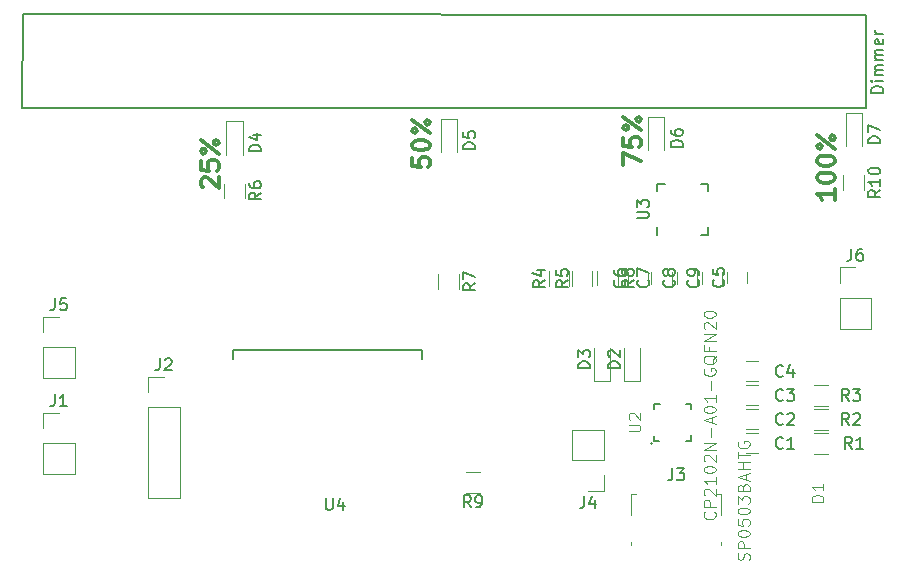
<source format=gbr>
G04 #@! TF.FileFunction,Legend,Top*
%FSLAX46Y46*%
G04 Gerber Fmt 4.6, Leading zero omitted, Abs format (unit mm)*
G04 Created by KiCad (PCBNEW 4.0.7) date Mon Jun 25 23:03:10 2018*
%MOMM*%
%LPD*%
G01*
G04 APERTURE LIST*
%ADD10C,0.100000*%
%ADD11C,0.300000*%
%ADD12C,0.120000*%
%ADD13C,0.127000*%
%ADD14C,0.200000*%
%ADD15C,0.150000*%
%ADD16C,0.152400*%
%ADD17C,0.050000*%
G04 APERTURE END LIST*
D10*
D11*
X176446571Y-106251142D02*
X176446571Y-107108285D01*
X176446571Y-106679713D02*
X174946571Y-106679713D01*
X175160857Y-106822570D01*
X175303714Y-106965428D01*
X175375143Y-107108285D01*
X174946571Y-105322571D02*
X174946571Y-105179714D01*
X175018000Y-105036857D01*
X175089429Y-104965428D01*
X175232286Y-104893999D01*
X175518000Y-104822571D01*
X175875143Y-104822571D01*
X176160857Y-104893999D01*
X176303714Y-104965428D01*
X176375143Y-105036857D01*
X176446571Y-105179714D01*
X176446571Y-105322571D01*
X176375143Y-105465428D01*
X176303714Y-105536857D01*
X176160857Y-105608285D01*
X175875143Y-105679714D01*
X175518000Y-105679714D01*
X175232286Y-105608285D01*
X175089429Y-105536857D01*
X175018000Y-105465428D01*
X174946571Y-105322571D01*
X174946571Y-103894000D02*
X174946571Y-103751143D01*
X175018000Y-103608286D01*
X175089429Y-103536857D01*
X175232286Y-103465428D01*
X175518000Y-103394000D01*
X175875143Y-103394000D01*
X176160857Y-103465428D01*
X176303714Y-103536857D01*
X176375143Y-103608286D01*
X176446571Y-103751143D01*
X176446571Y-103894000D01*
X176375143Y-104036857D01*
X176303714Y-104108286D01*
X176160857Y-104179714D01*
X175875143Y-104251143D01*
X175518000Y-104251143D01*
X175232286Y-104179714D01*
X175089429Y-104108286D01*
X175018000Y-104036857D01*
X174946571Y-103894000D01*
X176446571Y-102822572D02*
X174946571Y-101679715D01*
X174946571Y-102608286D02*
X175018000Y-102465429D01*
X175160857Y-102394000D01*
X175303714Y-102465429D01*
X175375143Y-102608286D01*
X175303714Y-102751143D01*
X175160857Y-102822572D01*
X175018000Y-102751143D01*
X174946571Y-102608286D01*
X176375143Y-101751143D02*
X176232286Y-101679715D01*
X176089429Y-101751143D01*
X176018000Y-101894000D01*
X176089429Y-102036857D01*
X176232286Y-102108286D01*
X176375143Y-102036857D01*
X176446571Y-101894000D01*
X176375143Y-101751143D01*
X158548571Y-104181428D02*
X158548571Y-103181428D01*
X160048571Y-103824285D01*
X158548571Y-101895714D02*
X158548571Y-102610000D01*
X159262857Y-102681429D01*
X159191429Y-102610000D01*
X159120000Y-102467143D01*
X159120000Y-102110000D01*
X159191429Y-101967143D01*
X159262857Y-101895714D01*
X159405714Y-101824286D01*
X159762857Y-101824286D01*
X159905714Y-101895714D01*
X159977143Y-101967143D01*
X160048571Y-102110000D01*
X160048571Y-102467143D01*
X159977143Y-102610000D01*
X159905714Y-102681429D01*
X160048571Y-101252858D02*
X158548571Y-100110001D01*
X158548571Y-101038572D02*
X158620000Y-100895715D01*
X158762857Y-100824286D01*
X158905714Y-100895715D01*
X158977143Y-101038572D01*
X158905714Y-101181429D01*
X158762857Y-101252858D01*
X158620000Y-101181429D01*
X158548571Y-101038572D01*
X159977143Y-100181429D02*
X159834286Y-100110001D01*
X159691429Y-100181429D01*
X159620000Y-100324286D01*
X159691429Y-100467143D01*
X159834286Y-100538572D01*
X159977143Y-100467143D01*
X160048571Y-100324286D01*
X159977143Y-100181429D01*
X140656571Y-103576285D02*
X140656571Y-104290571D01*
X141370857Y-104362000D01*
X141299429Y-104290571D01*
X141228000Y-104147714D01*
X141228000Y-103790571D01*
X141299429Y-103647714D01*
X141370857Y-103576285D01*
X141513714Y-103504857D01*
X141870857Y-103504857D01*
X142013714Y-103576285D01*
X142085143Y-103647714D01*
X142156571Y-103790571D01*
X142156571Y-104147714D01*
X142085143Y-104290571D01*
X142013714Y-104362000D01*
X140656571Y-102576286D02*
X140656571Y-102433429D01*
X140728000Y-102290572D01*
X140799429Y-102219143D01*
X140942286Y-102147714D01*
X141228000Y-102076286D01*
X141585143Y-102076286D01*
X141870857Y-102147714D01*
X142013714Y-102219143D01*
X142085143Y-102290572D01*
X142156571Y-102433429D01*
X142156571Y-102576286D01*
X142085143Y-102719143D01*
X142013714Y-102790572D01*
X141870857Y-102862000D01*
X141585143Y-102933429D01*
X141228000Y-102933429D01*
X140942286Y-102862000D01*
X140799429Y-102790572D01*
X140728000Y-102719143D01*
X140656571Y-102576286D01*
X142156571Y-101504858D02*
X140656571Y-100362001D01*
X140656571Y-101290572D02*
X140728000Y-101147715D01*
X140870857Y-101076286D01*
X141013714Y-101147715D01*
X141085143Y-101290572D01*
X141013714Y-101433429D01*
X140870857Y-101504858D01*
X140728000Y-101433429D01*
X140656571Y-101290572D01*
X142085143Y-100433429D02*
X141942286Y-100362001D01*
X141799429Y-100433429D01*
X141728000Y-100576286D01*
X141799429Y-100719143D01*
X141942286Y-100790572D01*
X142085143Y-100719143D01*
X142156571Y-100576286D01*
X142085143Y-100433429D01*
X122913429Y-106082000D02*
X122842000Y-106010571D01*
X122770571Y-105867714D01*
X122770571Y-105510571D01*
X122842000Y-105367714D01*
X122913429Y-105296285D01*
X123056286Y-105224857D01*
X123199143Y-105224857D01*
X123413429Y-105296285D01*
X124270571Y-106153428D01*
X124270571Y-105224857D01*
X122770571Y-103867714D02*
X122770571Y-104582000D01*
X123484857Y-104653429D01*
X123413429Y-104582000D01*
X123342000Y-104439143D01*
X123342000Y-104082000D01*
X123413429Y-103939143D01*
X123484857Y-103867714D01*
X123627714Y-103796286D01*
X123984857Y-103796286D01*
X124127714Y-103867714D01*
X124199143Y-103939143D01*
X124270571Y-104082000D01*
X124270571Y-104439143D01*
X124199143Y-104582000D01*
X124127714Y-104653429D01*
X124270571Y-103224858D02*
X122770571Y-102082001D01*
X122770571Y-103010572D02*
X122842000Y-102867715D01*
X122984857Y-102796286D01*
X123127714Y-102867715D01*
X123199143Y-103010572D01*
X123127714Y-103153429D01*
X122984857Y-103224858D01*
X122842000Y-103153429D01*
X122770571Y-103010572D01*
X124199143Y-102153429D02*
X124056286Y-102082001D01*
X123913429Y-102153429D01*
X123842000Y-102296286D01*
X123913429Y-102439143D01*
X124056286Y-102510572D01*
X124199143Y-102439143D01*
X124270571Y-102296286D01*
X124199143Y-102153429D01*
D12*
X168918000Y-128612000D02*
X169918000Y-128612000D01*
X169918000Y-126912000D02*
X168918000Y-126912000D01*
X168918000Y-126580000D02*
X169918000Y-126580000D01*
X169918000Y-124880000D02*
X168918000Y-124880000D01*
X168918000Y-124548000D02*
X169918000Y-124548000D01*
X169918000Y-122848000D02*
X168918000Y-122848000D01*
X168918000Y-122516000D02*
X169918000Y-122516000D01*
X169918000Y-120816000D02*
X168918000Y-120816000D01*
X167290000Y-113220000D02*
X167290000Y-114220000D01*
X168990000Y-114220000D02*
X168990000Y-113220000D01*
X158910000Y-113270000D02*
X158910000Y-114270000D01*
X160610000Y-114270000D02*
X160610000Y-113270000D01*
X160920000Y-113270000D02*
X160920000Y-114270000D01*
X162620000Y-114270000D02*
X162620000Y-113270000D01*
X163100000Y-113270000D02*
X163100000Y-114270000D01*
X164800000Y-114270000D02*
X164800000Y-113270000D01*
X165170000Y-113270000D02*
X165170000Y-114270000D01*
X166870000Y-114270000D02*
X166870000Y-113270000D01*
X158558000Y-122450000D02*
X159958000Y-122450000D01*
X159958000Y-122450000D02*
X159958000Y-119650000D01*
X158558000Y-122450000D02*
X158558000Y-119650000D01*
X156018000Y-122450000D02*
X157418000Y-122450000D01*
X157418000Y-122450000D02*
X157418000Y-119650000D01*
X156018000Y-122450000D02*
X156018000Y-119650000D01*
X126324000Y-100504000D02*
X124924000Y-100504000D01*
X124924000Y-100504000D02*
X124924000Y-103304000D01*
X126324000Y-100504000D02*
X126324000Y-103304000D01*
X144464000Y-100308000D02*
X143064000Y-100308000D01*
X143064000Y-100308000D02*
X143064000Y-103108000D01*
X144464000Y-100308000D02*
X144464000Y-103108000D01*
X162020000Y-100120000D02*
X160620000Y-100120000D01*
X160620000Y-100120000D02*
X160620000Y-102920000D01*
X162020000Y-100120000D02*
X162020000Y-102920000D01*
X178754000Y-99800000D02*
X177354000Y-99800000D01*
X177354000Y-99800000D02*
X177354000Y-102600000D01*
X178754000Y-99800000D02*
X178754000Y-102600000D01*
X109414000Y-130362000D02*
X112074000Y-130362000D01*
X109414000Y-127762000D02*
X109414000Y-130362000D01*
X112074000Y-127762000D02*
X112074000Y-130362000D01*
X109414000Y-127762000D02*
X112074000Y-127762000D01*
X109414000Y-126492000D02*
X109414000Y-125162000D01*
X109414000Y-125162000D02*
X110744000Y-125162000D01*
X118304000Y-132394000D02*
X120964000Y-132394000D01*
X118304000Y-124714000D02*
X118304000Y-132394000D01*
X120964000Y-124714000D02*
X120964000Y-132394000D01*
X118304000Y-124714000D02*
X120964000Y-124714000D01*
X118304000Y-123444000D02*
X118304000Y-122114000D01*
X118304000Y-122114000D02*
X119634000Y-122114000D01*
X166827200Y-132014800D02*
X166447200Y-132014800D01*
X166827200Y-136064800D02*
X166827200Y-136324800D01*
X166827200Y-132014800D02*
X166827200Y-133784800D01*
X159207200Y-132014800D02*
X159587200Y-132014800D01*
X159207200Y-133784800D02*
X159207200Y-132014800D01*
X159207200Y-136324800D02*
X159207200Y-136064800D01*
X175860000Y-128642000D02*
X174660000Y-128642000D01*
X174660000Y-126882000D02*
X175860000Y-126882000D01*
X175860000Y-126610000D02*
X174660000Y-126610000D01*
X174660000Y-124850000D02*
X175860000Y-124850000D01*
X175860000Y-124578000D02*
X174660000Y-124578000D01*
X174660000Y-122818000D02*
X175860000Y-122818000D01*
X153970000Y-113190000D02*
X153970000Y-114390000D01*
X152210000Y-114390000D02*
X152210000Y-113190000D01*
X155920000Y-113190000D02*
X155920000Y-114390000D01*
X154160000Y-114390000D02*
X154160000Y-113190000D01*
X126504000Y-105768000D02*
X126504000Y-106968000D01*
X124744000Y-106968000D02*
X124744000Y-105768000D01*
X144644000Y-113446000D02*
X144644000Y-114646000D01*
X142884000Y-114646000D02*
X142884000Y-113446000D01*
X158080000Y-113170000D02*
X158080000Y-114370000D01*
X156320000Y-114370000D02*
X156320000Y-113170000D01*
X145196000Y-130184000D02*
X146396000Y-130184000D01*
X146396000Y-131944000D02*
X145196000Y-131944000D01*
X178934000Y-105064000D02*
X178934000Y-106264000D01*
X177174000Y-106264000D02*
X177174000Y-105064000D01*
D13*
X161162400Y-127534000D02*
X161162400Y-127094000D01*
X161162400Y-124874000D02*
X161162400Y-124434000D01*
X164262400Y-127534000D02*
X164262400Y-127084000D01*
X164262400Y-124884000D02*
X164262400Y-124434000D01*
X161162400Y-127534000D02*
X161592400Y-127534000D01*
X161162400Y-124434000D02*
X161612400Y-124434000D01*
X164262400Y-127534000D02*
X163812400Y-127534000D01*
X164262400Y-124434000D02*
X163832400Y-124434000D01*
D14*
X161004400Y-127762000D02*
G75*
G03X161004400Y-127762000I-70000J0D01*
G01*
D15*
X161426000Y-105800000D02*
X162051000Y-105800000D01*
X165726000Y-110100000D02*
X165101000Y-110100000D01*
X165726000Y-105800000D02*
X165101000Y-105800000D01*
X161426000Y-110100000D02*
X161426000Y-109475000D01*
X165726000Y-110100000D02*
X165726000Y-109475000D01*
X165726000Y-105800000D02*
X165726000Y-106425000D01*
X161426000Y-105800000D02*
X161426000Y-106425000D01*
D16*
X141478000Y-120624600D02*
X141478000Y-119862600D01*
X141478000Y-119862600D02*
X125476000Y-119862600D01*
X125476000Y-119862600D02*
X125476000Y-120624600D01*
D12*
X156879600Y-126584400D02*
X154219600Y-126584400D01*
X156879600Y-129184400D02*
X156879600Y-126584400D01*
X154219600Y-129184400D02*
X154219600Y-126584400D01*
X156879600Y-129184400D02*
X154219600Y-129184400D01*
X156879600Y-130454400D02*
X156879600Y-131784400D01*
X156879600Y-131784400D02*
X155549600Y-131784400D01*
X176850000Y-118040000D02*
X179510000Y-118040000D01*
X176850000Y-115440000D02*
X176850000Y-118040000D01*
X179510000Y-115440000D02*
X179510000Y-118040000D01*
X176850000Y-115440000D02*
X179510000Y-115440000D01*
X176850000Y-114170000D02*
X176850000Y-112840000D01*
X176850000Y-112840000D02*
X178180000Y-112840000D01*
X109414000Y-122234000D02*
X112074000Y-122234000D01*
X109414000Y-119634000D02*
X109414000Y-122234000D01*
X112074000Y-119634000D02*
X112074000Y-122234000D01*
X109414000Y-119634000D02*
X112074000Y-119634000D01*
X109414000Y-118364000D02*
X109414000Y-117034000D01*
X109414000Y-117034000D02*
X110744000Y-117034000D01*
D15*
X107675680Y-91434920D02*
X107665520Y-99364800D01*
X107665520Y-99364800D02*
X108640880Y-99359720D01*
X107696000Y-91429840D02*
X179115720Y-91485720D01*
X179115720Y-91485720D02*
X179115720Y-99364800D01*
X179115720Y-99364800D02*
X107807760Y-99364800D01*
X172045334Y-128119143D02*
X171997715Y-128166762D01*
X171854858Y-128214381D01*
X171759620Y-128214381D01*
X171616762Y-128166762D01*
X171521524Y-128071524D01*
X171473905Y-127976286D01*
X171426286Y-127785810D01*
X171426286Y-127642952D01*
X171473905Y-127452476D01*
X171521524Y-127357238D01*
X171616762Y-127262000D01*
X171759620Y-127214381D01*
X171854858Y-127214381D01*
X171997715Y-127262000D01*
X172045334Y-127309619D01*
X172997715Y-128214381D02*
X172426286Y-128214381D01*
X172712000Y-128214381D02*
X172712000Y-127214381D01*
X172616762Y-127357238D01*
X172521524Y-127452476D01*
X172426286Y-127500095D01*
X172045334Y-126087143D02*
X171997715Y-126134762D01*
X171854858Y-126182381D01*
X171759620Y-126182381D01*
X171616762Y-126134762D01*
X171521524Y-126039524D01*
X171473905Y-125944286D01*
X171426286Y-125753810D01*
X171426286Y-125610952D01*
X171473905Y-125420476D01*
X171521524Y-125325238D01*
X171616762Y-125230000D01*
X171759620Y-125182381D01*
X171854858Y-125182381D01*
X171997715Y-125230000D01*
X172045334Y-125277619D01*
X172426286Y-125277619D02*
X172473905Y-125230000D01*
X172569143Y-125182381D01*
X172807239Y-125182381D01*
X172902477Y-125230000D01*
X172950096Y-125277619D01*
X172997715Y-125372857D01*
X172997715Y-125468095D01*
X172950096Y-125610952D01*
X172378667Y-126182381D01*
X172997715Y-126182381D01*
X172045334Y-124055143D02*
X171997715Y-124102762D01*
X171854858Y-124150381D01*
X171759620Y-124150381D01*
X171616762Y-124102762D01*
X171521524Y-124007524D01*
X171473905Y-123912286D01*
X171426286Y-123721810D01*
X171426286Y-123578952D01*
X171473905Y-123388476D01*
X171521524Y-123293238D01*
X171616762Y-123198000D01*
X171759620Y-123150381D01*
X171854858Y-123150381D01*
X171997715Y-123198000D01*
X172045334Y-123245619D01*
X172378667Y-123150381D02*
X172997715Y-123150381D01*
X172664381Y-123531333D01*
X172807239Y-123531333D01*
X172902477Y-123578952D01*
X172950096Y-123626571D01*
X172997715Y-123721810D01*
X172997715Y-123959905D01*
X172950096Y-124055143D01*
X172902477Y-124102762D01*
X172807239Y-124150381D01*
X172521524Y-124150381D01*
X172426286Y-124102762D01*
X172378667Y-124055143D01*
X172045334Y-122023143D02*
X171997715Y-122070762D01*
X171854858Y-122118381D01*
X171759620Y-122118381D01*
X171616762Y-122070762D01*
X171521524Y-121975524D01*
X171473905Y-121880286D01*
X171426286Y-121689810D01*
X171426286Y-121546952D01*
X171473905Y-121356476D01*
X171521524Y-121261238D01*
X171616762Y-121166000D01*
X171759620Y-121118381D01*
X171854858Y-121118381D01*
X171997715Y-121166000D01*
X172045334Y-121213619D01*
X172902477Y-121451714D02*
X172902477Y-122118381D01*
X172664381Y-121070762D02*
X172426286Y-121785048D01*
X173045334Y-121785048D01*
X166997143Y-113886666D02*
X167044762Y-113934285D01*
X167092381Y-114077142D01*
X167092381Y-114172380D01*
X167044762Y-114315238D01*
X166949524Y-114410476D01*
X166854286Y-114458095D01*
X166663810Y-114505714D01*
X166520952Y-114505714D01*
X166330476Y-114458095D01*
X166235238Y-114410476D01*
X166140000Y-114315238D01*
X166092381Y-114172380D01*
X166092381Y-114077142D01*
X166140000Y-113934285D01*
X166187619Y-113886666D01*
X166092381Y-112981904D02*
X166092381Y-113458095D01*
X166568571Y-113505714D01*
X166520952Y-113458095D01*
X166473333Y-113362857D01*
X166473333Y-113124761D01*
X166520952Y-113029523D01*
X166568571Y-112981904D01*
X166663810Y-112934285D01*
X166901905Y-112934285D01*
X166997143Y-112981904D01*
X167044762Y-113029523D01*
X167092381Y-113124761D01*
X167092381Y-113362857D01*
X167044762Y-113458095D01*
X166997143Y-113505714D01*
X158617143Y-113936666D02*
X158664762Y-113984285D01*
X158712381Y-114127142D01*
X158712381Y-114222380D01*
X158664762Y-114365238D01*
X158569524Y-114460476D01*
X158474286Y-114508095D01*
X158283810Y-114555714D01*
X158140952Y-114555714D01*
X157950476Y-114508095D01*
X157855238Y-114460476D01*
X157760000Y-114365238D01*
X157712381Y-114222380D01*
X157712381Y-114127142D01*
X157760000Y-113984285D01*
X157807619Y-113936666D01*
X157712381Y-113079523D02*
X157712381Y-113270000D01*
X157760000Y-113365238D01*
X157807619Y-113412857D01*
X157950476Y-113508095D01*
X158140952Y-113555714D01*
X158521905Y-113555714D01*
X158617143Y-113508095D01*
X158664762Y-113460476D01*
X158712381Y-113365238D01*
X158712381Y-113174761D01*
X158664762Y-113079523D01*
X158617143Y-113031904D01*
X158521905Y-112984285D01*
X158283810Y-112984285D01*
X158188571Y-113031904D01*
X158140952Y-113079523D01*
X158093333Y-113174761D01*
X158093333Y-113365238D01*
X158140952Y-113460476D01*
X158188571Y-113508095D01*
X158283810Y-113555714D01*
X160627143Y-113936666D02*
X160674762Y-113984285D01*
X160722381Y-114127142D01*
X160722381Y-114222380D01*
X160674762Y-114365238D01*
X160579524Y-114460476D01*
X160484286Y-114508095D01*
X160293810Y-114555714D01*
X160150952Y-114555714D01*
X159960476Y-114508095D01*
X159865238Y-114460476D01*
X159770000Y-114365238D01*
X159722381Y-114222380D01*
X159722381Y-114127142D01*
X159770000Y-113984285D01*
X159817619Y-113936666D01*
X159722381Y-113603333D02*
X159722381Y-112936666D01*
X160722381Y-113365238D01*
X162807143Y-113936666D02*
X162854762Y-113984285D01*
X162902381Y-114127142D01*
X162902381Y-114222380D01*
X162854762Y-114365238D01*
X162759524Y-114460476D01*
X162664286Y-114508095D01*
X162473810Y-114555714D01*
X162330952Y-114555714D01*
X162140476Y-114508095D01*
X162045238Y-114460476D01*
X161950000Y-114365238D01*
X161902381Y-114222380D01*
X161902381Y-114127142D01*
X161950000Y-113984285D01*
X161997619Y-113936666D01*
X162330952Y-113365238D02*
X162283333Y-113460476D01*
X162235714Y-113508095D01*
X162140476Y-113555714D01*
X162092857Y-113555714D01*
X161997619Y-113508095D01*
X161950000Y-113460476D01*
X161902381Y-113365238D01*
X161902381Y-113174761D01*
X161950000Y-113079523D01*
X161997619Y-113031904D01*
X162092857Y-112984285D01*
X162140476Y-112984285D01*
X162235714Y-113031904D01*
X162283333Y-113079523D01*
X162330952Y-113174761D01*
X162330952Y-113365238D01*
X162378571Y-113460476D01*
X162426190Y-113508095D01*
X162521429Y-113555714D01*
X162711905Y-113555714D01*
X162807143Y-113508095D01*
X162854762Y-113460476D01*
X162902381Y-113365238D01*
X162902381Y-113174761D01*
X162854762Y-113079523D01*
X162807143Y-113031904D01*
X162711905Y-112984285D01*
X162521429Y-112984285D01*
X162426190Y-113031904D01*
X162378571Y-113079523D01*
X162330952Y-113174761D01*
X164877143Y-113936666D02*
X164924762Y-113984285D01*
X164972381Y-114127142D01*
X164972381Y-114222380D01*
X164924762Y-114365238D01*
X164829524Y-114460476D01*
X164734286Y-114508095D01*
X164543810Y-114555714D01*
X164400952Y-114555714D01*
X164210476Y-114508095D01*
X164115238Y-114460476D01*
X164020000Y-114365238D01*
X163972381Y-114222380D01*
X163972381Y-114127142D01*
X164020000Y-113984285D01*
X164067619Y-113936666D01*
X164972381Y-113460476D02*
X164972381Y-113270000D01*
X164924762Y-113174761D01*
X164877143Y-113127142D01*
X164734286Y-113031904D01*
X164543810Y-112984285D01*
X164162857Y-112984285D01*
X164067619Y-113031904D01*
X164020000Y-113079523D01*
X163972381Y-113174761D01*
X163972381Y-113365238D01*
X164020000Y-113460476D01*
X164067619Y-113508095D01*
X164162857Y-113555714D01*
X164400952Y-113555714D01*
X164496190Y-113508095D01*
X164543810Y-113460476D01*
X164591429Y-113365238D01*
X164591429Y-113174761D01*
X164543810Y-113079523D01*
X164496190Y-113031904D01*
X164400952Y-112984285D01*
X158260381Y-121388095D02*
X157260381Y-121388095D01*
X157260381Y-121150000D01*
X157308000Y-121007142D01*
X157403238Y-120911904D01*
X157498476Y-120864285D01*
X157688952Y-120816666D01*
X157831810Y-120816666D01*
X158022286Y-120864285D01*
X158117524Y-120911904D01*
X158212762Y-121007142D01*
X158260381Y-121150000D01*
X158260381Y-121388095D01*
X157355619Y-120435714D02*
X157308000Y-120388095D01*
X157260381Y-120292857D01*
X157260381Y-120054761D01*
X157308000Y-119959523D01*
X157355619Y-119911904D01*
X157450857Y-119864285D01*
X157546095Y-119864285D01*
X157688952Y-119911904D01*
X158260381Y-120483333D01*
X158260381Y-119864285D01*
X155720381Y-121388095D02*
X154720381Y-121388095D01*
X154720381Y-121150000D01*
X154768000Y-121007142D01*
X154863238Y-120911904D01*
X154958476Y-120864285D01*
X155148952Y-120816666D01*
X155291810Y-120816666D01*
X155482286Y-120864285D01*
X155577524Y-120911904D01*
X155672762Y-121007142D01*
X155720381Y-121150000D01*
X155720381Y-121388095D01*
X154720381Y-120483333D02*
X154720381Y-119864285D01*
X155101333Y-120197619D01*
X155101333Y-120054761D01*
X155148952Y-119959523D01*
X155196571Y-119911904D01*
X155291810Y-119864285D01*
X155529905Y-119864285D01*
X155625143Y-119911904D01*
X155672762Y-119959523D01*
X155720381Y-120054761D01*
X155720381Y-120340476D01*
X155672762Y-120435714D01*
X155625143Y-120483333D01*
X127854381Y-103042095D02*
X126854381Y-103042095D01*
X126854381Y-102804000D01*
X126902000Y-102661142D01*
X126997238Y-102565904D01*
X127092476Y-102518285D01*
X127282952Y-102470666D01*
X127425810Y-102470666D01*
X127616286Y-102518285D01*
X127711524Y-102565904D01*
X127806762Y-102661142D01*
X127854381Y-102804000D01*
X127854381Y-103042095D01*
X127187714Y-101613523D02*
X127854381Y-101613523D01*
X126806762Y-101851619D02*
X127521048Y-102089714D01*
X127521048Y-101470666D01*
X145994381Y-102846095D02*
X144994381Y-102846095D01*
X144994381Y-102608000D01*
X145042000Y-102465142D01*
X145137238Y-102369904D01*
X145232476Y-102322285D01*
X145422952Y-102274666D01*
X145565810Y-102274666D01*
X145756286Y-102322285D01*
X145851524Y-102369904D01*
X145946762Y-102465142D01*
X145994381Y-102608000D01*
X145994381Y-102846095D01*
X144994381Y-101369904D02*
X144994381Y-101846095D01*
X145470571Y-101893714D01*
X145422952Y-101846095D01*
X145375333Y-101750857D01*
X145375333Y-101512761D01*
X145422952Y-101417523D01*
X145470571Y-101369904D01*
X145565810Y-101322285D01*
X145803905Y-101322285D01*
X145899143Y-101369904D01*
X145946762Y-101417523D01*
X145994381Y-101512761D01*
X145994381Y-101750857D01*
X145946762Y-101846095D01*
X145899143Y-101893714D01*
X163550381Y-102658095D02*
X162550381Y-102658095D01*
X162550381Y-102420000D01*
X162598000Y-102277142D01*
X162693238Y-102181904D01*
X162788476Y-102134285D01*
X162978952Y-102086666D01*
X163121810Y-102086666D01*
X163312286Y-102134285D01*
X163407524Y-102181904D01*
X163502762Y-102277142D01*
X163550381Y-102420000D01*
X163550381Y-102658095D01*
X162550381Y-101229523D02*
X162550381Y-101420000D01*
X162598000Y-101515238D01*
X162645619Y-101562857D01*
X162788476Y-101658095D01*
X162978952Y-101705714D01*
X163359905Y-101705714D01*
X163455143Y-101658095D01*
X163502762Y-101610476D01*
X163550381Y-101515238D01*
X163550381Y-101324761D01*
X163502762Y-101229523D01*
X163455143Y-101181904D01*
X163359905Y-101134285D01*
X163121810Y-101134285D01*
X163026571Y-101181904D01*
X162978952Y-101229523D01*
X162931333Y-101324761D01*
X162931333Y-101515238D01*
X162978952Y-101610476D01*
X163026571Y-101658095D01*
X163121810Y-101705714D01*
X180284381Y-102338095D02*
X179284381Y-102338095D01*
X179284381Y-102100000D01*
X179332000Y-101957142D01*
X179427238Y-101861904D01*
X179522476Y-101814285D01*
X179712952Y-101766666D01*
X179855810Y-101766666D01*
X180046286Y-101814285D01*
X180141524Y-101861904D01*
X180236762Y-101957142D01*
X180284381Y-102100000D01*
X180284381Y-102338095D01*
X179284381Y-101433333D02*
X179284381Y-100766666D01*
X180284381Y-101195238D01*
X110410667Y-123614381D02*
X110410667Y-124328667D01*
X110363047Y-124471524D01*
X110267809Y-124566762D01*
X110124952Y-124614381D01*
X110029714Y-124614381D01*
X111410667Y-124614381D02*
X110839238Y-124614381D01*
X111124952Y-124614381D02*
X111124952Y-123614381D01*
X111029714Y-123757238D01*
X110934476Y-123852476D01*
X110839238Y-123900095D01*
X119300667Y-120566381D02*
X119300667Y-121280667D01*
X119253047Y-121423524D01*
X119157809Y-121518762D01*
X119014952Y-121566381D01*
X118919714Y-121566381D01*
X119729238Y-120661619D02*
X119776857Y-120614000D01*
X119872095Y-120566381D01*
X120110191Y-120566381D01*
X120205429Y-120614000D01*
X120253048Y-120661619D01*
X120300667Y-120756857D01*
X120300667Y-120852095D01*
X120253048Y-120994952D01*
X119681619Y-121566381D01*
X120300667Y-121566381D01*
X162683867Y-129877181D02*
X162683867Y-130591467D01*
X162636247Y-130734324D01*
X162541009Y-130829562D01*
X162398152Y-130877181D01*
X162302914Y-130877181D01*
X163064819Y-129877181D02*
X163683867Y-129877181D01*
X163350533Y-130258133D01*
X163493391Y-130258133D01*
X163588629Y-130305752D01*
X163636248Y-130353371D01*
X163683867Y-130448610D01*
X163683867Y-130686705D01*
X163636248Y-130781943D01*
X163588629Y-130829562D01*
X163493391Y-130877181D01*
X163207676Y-130877181D01*
X163112438Y-130829562D01*
X163064819Y-130781943D01*
X177887334Y-128214381D02*
X177554000Y-127738190D01*
X177315905Y-128214381D02*
X177315905Y-127214381D01*
X177696858Y-127214381D01*
X177792096Y-127262000D01*
X177839715Y-127309619D01*
X177887334Y-127404857D01*
X177887334Y-127547714D01*
X177839715Y-127642952D01*
X177792096Y-127690571D01*
X177696858Y-127738190D01*
X177315905Y-127738190D01*
X178839715Y-128214381D02*
X178268286Y-128214381D01*
X178554000Y-128214381D02*
X178554000Y-127214381D01*
X178458762Y-127357238D01*
X178363524Y-127452476D01*
X178268286Y-127500095D01*
X177633334Y-126182381D02*
X177300000Y-125706190D01*
X177061905Y-126182381D02*
X177061905Y-125182381D01*
X177442858Y-125182381D01*
X177538096Y-125230000D01*
X177585715Y-125277619D01*
X177633334Y-125372857D01*
X177633334Y-125515714D01*
X177585715Y-125610952D01*
X177538096Y-125658571D01*
X177442858Y-125706190D01*
X177061905Y-125706190D01*
X178014286Y-125277619D02*
X178061905Y-125230000D01*
X178157143Y-125182381D01*
X178395239Y-125182381D01*
X178490477Y-125230000D01*
X178538096Y-125277619D01*
X178585715Y-125372857D01*
X178585715Y-125468095D01*
X178538096Y-125610952D01*
X177966667Y-126182381D01*
X178585715Y-126182381D01*
X177633334Y-124150381D02*
X177300000Y-123674190D01*
X177061905Y-124150381D02*
X177061905Y-123150381D01*
X177442858Y-123150381D01*
X177538096Y-123198000D01*
X177585715Y-123245619D01*
X177633334Y-123340857D01*
X177633334Y-123483714D01*
X177585715Y-123578952D01*
X177538096Y-123626571D01*
X177442858Y-123674190D01*
X177061905Y-123674190D01*
X177966667Y-123150381D02*
X178585715Y-123150381D01*
X178252381Y-123531333D01*
X178395239Y-123531333D01*
X178490477Y-123578952D01*
X178538096Y-123626571D01*
X178585715Y-123721810D01*
X178585715Y-123959905D01*
X178538096Y-124055143D01*
X178490477Y-124102762D01*
X178395239Y-124150381D01*
X178109524Y-124150381D01*
X178014286Y-124102762D01*
X177966667Y-124055143D01*
X151892381Y-113956666D02*
X151416190Y-114290000D01*
X151892381Y-114528095D02*
X150892381Y-114528095D01*
X150892381Y-114147142D01*
X150940000Y-114051904D01*
X150987619Y-114004285D01*
X151082857Y-113956666D01*
X151225714Y-113956666D01*
X151320952Y-114004285D01*
X151368571Y-114051904D01*
X151416190Y-114147142D01*
X151416190Y-114528095D01*
X151225714Y-113099523D02*
X151892381Y-113099523D01*
X150844762Y-113337619D02*
X151559048Y-113575714D01*
X151559048Y-112956666D01*
X153842381Y-113956666D02*
X153366190Y-114290000D01*
X153842381Y-114528095D02*
X152842381Y-114528095D01*
X152842381Y-114147142D01*
X152890000Y-114051904D01*
X152937619Y-114004285D01*
X153032857Y-113956666D01*
X153175714Y-113956666D01*
X153270952Y-114004285D01*
X153318571Y-114051904D01*
X153366190Y-114147142D01*
X153366190Y-114528095D01*
X152842381Y-113051904D02*
X152842381Y-113528095D01*
X153318571Y-113575714D01*
X153270952Y-113528095D01*
X153223333Y-113432857D01*
X153223333Y-113194761D01*
X153270952Y-113099523D01*
X153318571Y-113051904D01*
X153413810Y-113004285D01*
X153651905Y-113004285D01*
X153747143Y-113051904D01*
X153794762Y-113099523D01*
X153842381Y-113194761D01*
X153842381Y-113432857D01*
X153794762Y-113528095D01*
X153747143Y-113575714D01*
X127854381Y-106534666D02*
X127378190Y-106868000D01*
X127854381Y-107106095D02*
X126854381Y-107106095D01*
X126854381Y-106725142D01*
X126902000Y-106629904D01*
X126949619Y-106582285D01*
X127044857Y-106534666D01*
X127187714Y-106534666D01*
X127282952Y-106582285D01*
X127330571Y-106629904D01*
X127378190Y-106725142D01*
X127378190Y-107106095D01*
X126854381Y-105677523D02*
X126854381Y-105868000D01*
X126902000Y-105963238D01*
X126949619Y-106010857D01*
X127092476Y-106106095D01*
X127282952Y-106153714D01*
X127663905Y-106153714D01*
X127759143Y-106106095D01*
X127806762Y-106058476D01*
X127854381Y-105963238D01*
X127854381Y-105772761D01*
X127806762Y-105677523D01*
X127759143Y-105629904D01*
X127663905Y-105582285D01*
X127425810Y-105582285D01*
X127330571Y-105629904D01*
X127282952Y-105677523D01*
X127235333Y-105772761D01*
X127235333Y-105963238D01*
X127282952Y-106058476D01*
X127330571Y-106106095D01*
X127425810Y-106153714D01*
X145994381Y-114212666D02*
X145518190Y-114546000D01*
X145994381Y-114784095D02*
X144994381Y-114784095D01*
X144994381Y-114403142D01*
X145042000Y-114307904D01*
X145089619Y-114260285D01*
X145184857Y-114212666D01*
X145327714Y-114212666D01*
X145422952Y-114260285D01*
X145470571Y-114307904D01*
X145518190Y-114403142D01*
X145518190Y-114784095D01*
X144994381Y-113879333D02*
X144994381Y-113212666D01*
X145994381Y-113641238D01*
X159430381Y-113936666D02*
X158954190Y-114270000D01*
X159430381Y-114508095D02*
X158430381Y-114508095D01*
X158430381Y-114127142D01*
X158478000Y-114031904D01*
X158525619Y-113984285D01*
X158620857Y-113936666D01*
X158763714Y-113936666D01*
X158858952Y-113984285D01*
X158906571Y-114031904D01*
X158954190Y-114127142D01*
X158954190Y-114508095D01*
X158858952Y-113365238D02*
X158811333Y-113460476D01*
X158763714Y-113508095D01*
X158668476Y-113555714D01*
X158620857Y-113555714D01*
X158525619Y-113508095D01*
X158478000Y-113460476D01*
X158430381Y-113365238D01*
X158430381Y-113174761D01*
X158478000Y-113079523D01*
X158525619Y-113031904D01*
X158620857Y-112984285D01*
X158668476Y-112984285D01*
X158763714Y-113031904D01*
X158811333Y-113079523D01*
X158858952Y-113174761D01*
X158858952Y-113365238D01*
X158906571Y-113460476D01*
X158954190Y-113508095D01*
X159049429Y-113555714D01*
X159239905Y-113555714D01*
X159335143Y-113508095D01*
X159382762Y-113460476D01*
X159430381Y-113365238D01*
X159430381Y-113174761D01*
X159382762Y-113079523D01*
X159335143Y-113031904D01*
X159239905Y-112984285D01*
X159049429Y-112984285D01*
X158954190Y-113031904D01*
X158906571Y-113079523D01*
X158858952Y-113174761D01*
X145629334Y-133166381D02*
X145296000Y-132690190D01*
X145057905Y-133166381D02*
X145057905Y-132166381D01*
X145438858Y-132166381D01*
X145534096Y-132214000D01*
X145581715Y-132261619D01*
X145629334Y-132356857D01*
X145629334Y-132499714D01*
X145581715Y-132594952D01*
X145534096Y-132642571D01*
X145438858Y-132690190D01*
X145057905Y-132690190D01*
X146105524Y-133166381D02*
X146296000Y-133166381D01*
X146391239Y-133118762D01*
X146438858Y-133071143D01*
X146534096Y-132928286D01*
X146581715Y-132737810D01*
X146581715Y-132356857D01*
X146534096Y-132261619D01*
X146486477Y-132214000D01*
X146391239Y-132166381D01*
X146200762Y-132166381D01*
X146105524Y-132214000D01*
X146057905Y-132261619D01*
X146010286Y-132356857D01*
X146010286Y-132594952D01*
X146057905Y-132690190D01*
X146105524Y-132737810D01*
X146200762Y-132785429D01*
X146391239Y-132785429D01*
X146486477Y-132737810D01*
X146534096Y-132690190D01*
X146581715Y-132594952D01*
X180284381Y-106306857D02*
X179808190Y-106640191D01*
X180284381Y-106878286D02*
X179284381Y-106878286D01*
X179284381Y-106497333D01*
X179332000Y-106402095D01*
X179379619Y-106354476D01*
X179474857Y-106306857D01*
X179617714Y-106306857D01*
X179712952Y-106354476D01*
X179760571Y-106402095D01*
X179808190Y-106497333D01*
X179808190Y-106878286D01*
X180284381Y-105354476D02*
X180284381Y-105925905D01*
X180284381Y-105640191D02*
X179284381Y-105640191D01*
X179427238Y-105735429D01*
X179522476Y-105830667D01*
X179570095Y-105925905D01*
X179284381Y-104735429D02*
X179284381Y-104640190D01*
X179332000Y-104544952D01*
X179379619Y-104497333D01*
X179474857Y-104449714D01*
X179665333Y-104402095D01*
X179903429Y-104402095D01*
X180093905Y-104449714D01*
X180189143Y-104497333D01*
X180236762Y-104544952D01*
X180284381Y-104640190D01*
X180284381Y-104735429D01*
X180236762Y-104830667D01*
X180189143Y-104878286D01*
X180093905Y-104925905D01*
X179903429Y-104973524D01*
X179665333Y-104973524D01*
X179474857Y-104925905D01*
X179379619Y-104878286D01*
X179332000Y-104830667D01*
X179284381Y-104735429D01*
D17*
X158985405Y-126746784D02*
X159795884Y-126746784D01*
X159891234Y-126699109D01*
X159938910Y-126651433D01*
X159986585Y-126556083D01*
X159986585Y-126365382D01*
X159938910Y-126270031D01*
X159891234Y-126222356D01*
X159795884Y-126174681D01*
X158985405Y-126174681D01*
X159080755Y-125745604D02*
X159033080Y-125697929D01*
X158985405Y-125602578D01*
X158985405Y-125364202D01*
X159033080Y-125268852D01*
X159080755Y-125221176D01*
X159176106Y-125173501D01*
X159271456Y-125173501D01*
X159414482Y-125221176D01*
X159986585Y-125793279D01*
X159986585Y-125173501D01*
X166257685Y-133543741D02*
X166305482Y-133591537D01*
X166353278Y-133734927D01*
X166353278Y-133830521D01*
X166305482Y-133973911D01*
X166209888Y-134069504D01*
X166114295Y-134117301D01*
X165923108Y-134165097D01*
X165779718Y-134165097D01*
X165588532Y-134117301D01*
X165492938Y-134069504D01*
X165397345Y-133973911D01*
X165349548Y-133830521D01*
X165349548Y-133734927D01*
X165397345Y-133591537D01*
X165445142Y-133543741D01*
X166353278Y-133113571D02*
X165349548Y-133113571D01*
X165349548Y-132731197D01*
X165397345Y-132635604D01*
X165445142Y-132587807D01*
X165540735Y-132540011D01*
X165684125Y-132540011D01*
X165779718Y-132587807D01*
X165827515Y-132635604D01*
X165875312Y-132731197D01*
X165875312Y-133113571D01*
X165445142Y-132157637D02*
X165397345Y-132109841D01*
X165349548Y-132014247D01*
X165349548Y-131775264D01*
X165397345Y-131679671D01*
X165445142Y-131631874D01*
X165540735Y-131584077D01*
X165636328Y-131584077D01*
X165779718Y-131631874D01*
X166353278Y-132205434D01*
X166353278Y-131584077D01*
X166353278Y-130628144D02*
X166353278Y-131201704D01*
X166353278Y-130914924D02*
X165349548Y-130914924D01*
X165492938Y-131010518D01*
X165588532Y-131106111D01*
X165636328Y-131201704D01*
X165349548Y-130006788D02*
X165349548Y-129911195D01*
X165397345Y-129815601D01*
X165445142Y-129767805D01*
X165540735Y-129720008D01*
X165731922Y-129672211D01*
X165970905Y-129672211D01*
X166162092Y-129720008D01*
X166257685Y-129767805D01*
X166305482Y-129815601D01*
X166353278Y-129911195D01*
X166353278Y-130006788D01*
X166305482Y-130102381D01*
X166257685Y-130150178D01*
X166162092Y-130197975D01*
X165970905Y-130245771D01*
X165731922Y-130245771D01*
X165540735Y-130197975D01*
X165445142Y-130150178D01*
X165397345Y-130102381D01*
X165349548Y-130006788D01*
X165445142Y-129289838D02*
X165397345Y-129242042D01*
X165349548Y-129146448D01*
X165349548Y-128907465D01*
X165397345Y-128811872D01*
X165445142Y-128764075D01*
X165540735Y-128716278D01*
X165636328Y-128716278D01*
X165779718Y-128764075D01*
X166353278Y-129337635D01*
X166353278Y-128716278D01*
X166353278Y-128286109D02*
X165349548Y-128286109D01*
X166353278Y-127712549D01*
X165349548Y-127712549D01*
X165970905Y-127234582D02*
X165970905Y-126469835D01*
X166066498Y-126039665D02*
X166066498Y-125561699D01*
X166353278Y-126135259D02*
X165349548Y-125800682D01*
X166353278Y-125466105D01*
X165349548Y-124940342D02*
X165349548Y-124844749D01*
X165397345Y-124749155D01*
X165445142Y-124701359D01*
X165540735Y-124653562D01*
X165731922Y-124605765D01*
X165970905Y-124605765D01*
X166162092Y-124653562D01*
X166257685Y-124701359D01*
X166305482Y-124749155D01*
X166353278Y-124844749D01*
X166353278Y-124940342D01*
X166305482Y-125035935D01*
X166257685Y-125083732D01*
X166162092Y-125131529D01*
X165970905Y-125179325D01*
X165731922Y-125179325D01*
X165540735Y-125131529D01*
X165445142Y-125083732D01*
X165397345Y-125035935D01*
X165349548Y-124940342D01*
X166353278Y-123649832D02*
X166353278Y-124223392D01*
X166353278Y-123936612D02*
X165349548Y-123936612D01*
X165492938Y-124032206D01*
X165588532Y-124127799D01*
X165636328Y-124223392D01*
X165970905Y-123219663D02*
X165970905Y-122454916D01*
X165397345Y-121451186D02*
X165349548Y-121546780D01*
X165349548Y-121690170D01*
X165397345Y-121833560D01*
X165492938Y-121929153D01*
X165588532Y-121976950D01*
X165779718Y-122024746D01*
X165923108Y-122024746D01*
X166114295Y-121976950D01*
X166209888Y-121929153D01*
X166305482Y-121833560D01*
X166353278Y-121690170D01*
X166353278Y-121594576D01*
X166305482Y-121451186D01*
X166257685Y-121403390D01*
X165923108Y-121403390D01*
X165923108Y-121594576D01*
X166448872Y-120304066D02*
X166401075Y-120399660D01*
X166305482Y-120495253D01*
X166162092Y-120638643D01*
X166114295Y-120734236D01*
X166114295Y-120829830D01*
X166353278Y-120782033D02*
X166305482Y-120877626D01*
X166209888Y-120973220D01*
X166018702Y-121021016D01*
X165684125Y-121021016D01*
X165492938Y-120973220D01*
X165397345Y-120877626D01*
X165349548Y-120782033D01*
X165349548Y-120590846D01*
X165397345Y-120495253D01*
X165492938Y-120399660D01*
X165684125Y-120351863D01*
X166018702Y-120351863D01*
X166209888Y-120399660D01*
X166305482Y-120495253D01*
X166353278Y-120590846D01*
X166353278Y-120782033D01*
X165827515Y-119587116D02*
X165827515Y-119921693D01*
X166353278Y-119921693D02*
X165349548Y-119921693D01*
X165349548Y-119443726D01*
X166353278Y-119061353D02*
X165349548Y-119061353D01*
X166353278Y-118487793D01*
X165349548Y-118487793D01*
X165445142Y-118057622D02*
X165397345Y-118009826D01*
X165349548Y-117914232D01*
X165349548Y-117675249D01*
X165397345Y-117579656D01*
X165445142Y-117531859D01*
X165540735Y-117484062D01*
X165636328Y-117484062D01*
X165779718Y-117531859D01*
X166353278Y-118105419D01*
X166353278Y-117484062D01*
X165349548Y-116862706D02*
X165349548Y-116767113D01*
X165397345Y-116671519D01*
X165445142Y-116623723D01*
X165540735Y-116575926D01*
X165731922Y-116528129D01*
X165970905Y-116528129D01*
X166162092Y-116575926D01*
X166257685Y-116623723D01*
X166305482Y-116671519D01*
X166353278Y-116767113D01*
X166353278Y-116862706D01*
X166305482Y-116958299D01*
X166257685Y-117006096D01*
X166162092Y-117053893D01*
X165970905Y-117101689D01*
X165731922Y-117101689D01*
X165540735Y-117053893D01*
X165445142Y-117006096D01*
X165397345Y-116958299D01*
X165349548Y-116862706D01*
D15*
X159678381Y-108711905D02*
X160487905Y-108711905D01*
X160583143Y-108664286D01*
X160630762Y-108616667D01*
X160678381Y-108521429D01*
X160678381Y-108330952D01*
X160630762Y-108235714D01*
X160583143Y-108188095D01*
X160487905Y-108140476D01*
X159678381Y-108140476D01*
X159678381Y-107759524D02*
X159678381Y-107140476D01*
X160059333Y-107473810D01*
X160059333Y-107330952D01*
X160106952Y-107235714D01*
X160154571Y-107188095D01*
X160249810Y-107140476D01*
X160487905Y-107140476D01*
X160583143Y-107188095D01*
X160630762Y-107235714D01*
X160678381Y-107330952D01*
X160678381Y-107616667D01*
X160630762Y-107711905D01*
X160583143Y-107759524D01*
X133350095Y-132395981D02*
X133350095Y-133205505D01*
X133397714Y-133300743D01*
X133445333Y-133348362D01*
X133540571Y-133395981D01*
X133731048Y-133395981D01*
X133826286Y-133348362D01*
X133873905Y-133300743D01*
X133921524Y-133205505D01*
X133921524Y-132395981D01*
X134826286Y-132729314D02*
X134826286Y-133395981D01*
X134588190Y-132348362D02*
X134350095Y-133062648D01*
X134969143Y-133062648D01*
X155216267Y-132236781D02*
X155216267Y-132951067D01*
X155168647Y-133093924D01*
X155073409Y-133189162D01*
X154930552Y-133236781D01*
X154835314Y-133236781D01*
X156121029Y-132570114D02*
X156121029Y-133236781D01*
X155882933Y-132189162D02*
X155644838Y-132903448D01*
X156263886Y-132903448D01*
D17*
X175479116Y-132695919D02*
X174475546Y-132695919D01*
X174475546Y-132456974D01*
X174523335Y-132313606D01*
X174618913Y-132218028D01*
X174714491Y-132170239D01*
X174905647Y-132122450D01*
X175049015Y-132122450D01*
X175240171Y-132170239D01*
X175335749Y-132218028D01*
X175431327Y-132313606D01*
X175479116Y-132456974D01*
X175479116Y-132695919D01*
X175479116Y-131166669D02*
X175479116Y-131740138D01*
X175479116Y-131453404D02*
X174475546Y-131453404D01*
X174618913Y-131548982D01*
X174714491Y-131644560D01*
X174762280Y-131740138D01*
X169175898Y-137632590D02*
X169223679Y-137489247D01*
X169223679Y-137250343D01*
X169175898Y-137154781D01*
X169128117Y-137107000D01*
X169032555Y-137059219D01*
X168936993Y-137059219D01*
X168841431Y-137107000D01*
X168793650Y-137154781D01*
X168745870Y-137250343D01*
X168698089Y-137441466D01*
X168650308Y-137537028D01*
X168602527Y-137584809D01*
X168506965Y-137632590D01*
X168411403Y-137632590D01*
X168315841Y-137584809D01*
X168268060Y-137537028D01*
X168220279Y-137441466D01*
X168220279Y-137202562D01*
X168268060Y-137059219D01*
X169223679Y-136629190D02*
X168220279Y-136629190D01*
X168220279Y-136246943D01*
X168268060Y-136151381D01*
X168315841Y-136103600D01*
X168411403Y-136055819D01*
X168554746Y-136055819D01*
X168650308Y-136103600D01*
X168698089Y-136151381D01*
X168745870Y-136246943D01*
X168745870Y-136629190D01*
X168220279Y-135434666D02*
X168220279Y-135339105D01*
X168268060Y-135243543D01*
X168315841Y-135195762D01*
X168411403Y-135147981D01*
X168602527Y-135100200D01*
X168841431Y-135100200D01*
X169032555Y-135147981D01*
X169128117Y-135195762D01*
X169175898Y-135243543D01*
X169223679Y-135339105D01*
X169223679Y-135434666D01*
X169175898Y-135530228D01*
X169128117Y-135578009D01*
X169032555Y-135625790D01*
X168841431Y-135673571D01*
X168602527Y-135673571D01*
X168411403Y-135625790D01*
X168315841Y-135578009D01*
X168268060Y-135530228D01*
X168220279Y-135434666D01*
X168220279Y-134192362D02*
X168220279Y-134670171D01*
X168698089Y-134717952D01*
X168650308Y-134670171D01*
X168602527Y-134574609D01*
X168602527Y-134335705D01*
X168650308Y-134240143D01*
X168698089Y-134192362D01*
X168793650Y-134144581D01*
X169032555Y-134144581D01*
X169128117Y-134192362D01*
X169175898Y-134240143D01*
X169223679Y-134335705D01*
X169223679Y-134574609D01*
X169175898Y-134670171D01*
X169128117Y-134717952D01*
X168220279Y-133523428D02*
X168220279Y-133427867D01*
X168268060Y-133332305D01*
X168315841Y-133284524D01*
X168411403Y-133236743D01*
X168602527Y-133188962D01*
X168841431Y-133188962D01*
X169032555Y-133236743D01*
X169128117Y-133284524D01*
X169175898Y-133332305D01*
X169223679Y-133427867D01*
X169223679Y-133523428D01*
X169175898Y-133618990D01*
X169128117Y-133666771D01*
X169032555Y-133714552D01*
X168841431Y-133762333D01*
X168602527Y-133762333D01*
X168411403Y-133714552D01*
X168315841Y-133666771D01*
X168268060Y-133618990D01*
X168220279Y-133523428D01*
X168220279Y-132854495D02*
X168220279Y-132233343D01*
X168602527Y-132567809D01*
X168602527Y-132424467D01*
X168650308Y-132328905D01*
X168698089Y-132281124D01*
X168793650Y-132233343D01*
X169032555Y-132233343D01*
X169128117Y-132281124D01*
X169175898Y-132328905D01*
X169223679Y-132424467D01*
X169223679Y-132711152D01*
X169175898Y-132806714D01*
X169128117Y-132854495D01*
X168698089Y-131468848D02*
X168745870Y-131325505D01*
X168793650Y-131277724D01*
X168889212Y-131229943D01*
X169032555Y-131229943D01*
X169128117Y-131277724D01*
X169175898Y-131325505D01*
X169223679Y-131421067D01*
X169223679Y-131803314D01*
X168220279Y-131803314D01*
X168220279Y-131468848D01*
X168268060Y-131373286D01*
X168315841Y-131325505D01*
X168411403Y-131277724D01*
X168506965Y-131277724D01*
X168602527Y-131325505D01*
X168650308Y-131373286D01*
X168698089Y-131468848D01*
X168698089Y-131803314D01*
X168936993Y-130847695D02*
X168936993Y-130369886D01*
X169223679Y-130943257D02*
X168220279Y-130608790D01*
X169223679Y-130274324D01*
X169223679Y-129939857D02*
X168220279Y-129939857D01*
X168698089Y-129939857D02*
X168698089Y-129366486D01*
X169223679Y-129366486D02*
X168220279Y-129366486D01*
X168220279Y-129032019D02*
X168220279Y-128458648D01*
X169223679Y-128745333D02*
X168220279Y-128745333D01*
X168268060Y-127598591D02*
X168220279Y-127694153D01*
X168220279Y-127837496D01*
X168268060Y-127980838D01*
X168363622Y-128076400D01*
X168459184Y-128124181D01*
X168650308Y-128171962D01*
X168793650Y-128171962D01*
X168984774Y-128124181D01*
X169080336Y-128076400D01*
X169175898Y-127980838D01*
X169223679Y-127837496D01*
X169223679Y-127741934D01*
X169175898Y-127598591D01*
X169128117Y-127550810D01*
X168793650Y-127550810D01*
X168793650Y-127741934D01*
D15*
X177846667Y-111292381D02*
X177846667Y-112006667D01*
X177799047Y-112149524D01*
X177703809Y-112244762D01*
X177560952Y-112292381D01*
X177465714Y-112292381D01*
X178751429Y-111292381D02*
X178560952Y-111292381D01*
X178465714Y-111340000D01*
X178418095Y-111387619D01*
X178322857Y-111530476D01*
X178275238Y-111720952D01*
X178275238Y-112101905D01*
X178322857Y-112197143D01*
X178370476Y-112244762D01*
X178465714Y-112292381D01*
X178656191Y-112292381D01*
X178751429Y-112244762D01*
X178799048Y-112197143D01*
X178846667Y-112101905D01*
X178846667Y-111863810D01*
X178799048Y-111768571D01*
X178751429Y-111720952D01*
X178656191Y-111673333D01*
X178465714Y-111673333D01*
X178370476Y-111720952D01*
X178322857Y-111768571D01*
X178275238Y-111863810D01*
X110410667Y-115486381D02*
X110410667Y-116200667D01*
X110363047Y-116343524D01*
X110267809Y-116438762D01*
X110124952Y-116486381D01*
X110029714Y-116486381D01*
X111363048Y-115486381D02*
X110886857Y-115486381D01*
X110839238Y-115962571D01*
X110886857Y-115914952D01*
X110982095Y-115867333D01*
X111220191Y-115867333D01*
X111315429Y-115914952D01*
X111363048Y-115962571D01*
X111410667Y-116057810D01*
X111410667Y-116295905D01*
X111363048Y-116391143D01*
X111315429Y-116438762D01*
X111220191Y-116486381D01*
X110982095Y-116486381D01*
X110886857Y-116438762D01*
X110839238Y-116391143D01*
X180538381Y-98075428D02*
X179538381Y-98075428D01*
X179538381Y-97837333D01*
X179586000Y-97694475D01*
X179681238Y-97599237D01*
X179776476Y-97551618D01*
X179966952Y-97503999D01*
X180109810Y-97503999D01*
X180300286Y-97551618D01*
X180395524Y-97599237D01*
X180490762Y-97694475D01*
X180538381Y-97837333D01*
X180538381Y-98075428D01*
X180538381Y-97075428D02*
X179871714Y-97075428D01*
X179538381Y-97075428D02*
X179586000Y-97123047D01*
X179633619Y-97075428D01*
X179586000Y-97027809D01*
X179538381Y-97075428D01*
X179633619Y-97075428D01*
X180538381Y-96599238D02*
X179871714Y-96599238D01*
X179966952Y-96599238D02*
X179919333Y-96551619D01*
X179871714Y-96456381D01*
X179871714Y-96313523D01*
X179919333Y-96218285D01*
X180014571Y-96170666D01*
X180538381Y-96170666D01*
X180014571Y-96170666D02*
X179919333Y-96123047D01*
X179871714Y-96027809D01*
X179871714Y-95884952D01*
X179919333Y-95789714D01*
X180014571Y-95742095D01*
X180538381Y-95742095D01*
X180538381Y-95265905D02*
X179871714Y-95265905D01*
X179966952Y-95265905D02*
X179919333Y-95218286D01*
X179871714Y-95123048D01*
X179871714Y-94980190D01*
X179919333Y-94884952D01*
X180014571Y-94837333D01*
X180538381Y-94837333D01*
X180014571Y-94837333D02*
X179919333Y-94789714D01*
X179871714Y-94694476D01*
X179871714Y-94551619D01*
X179919333Y-94456381D01*
X180014571Y-94408762D01*
X180538381Y-94408762D01*
X180490762Y-93551619D02*
X180538381Y-93646857D01*
X180538381Y-93837334D01*
X180490762Y-93932572D01*
X180395524Y-93980191D01*
X180014571Y-93980191D01*
X179919333Y-93932572D01*
X179871714Y-93837334D01*
X179871714Y-93646857D01*
X179919333Y-93551619D01*
X180014571Y-93504000D01*
X180109810Y-93504000D01*
X180205048Y-93980191D01*
X180538381Y-93075429D02*
X179871714Y-93075429D01*
X180062190Y-93075429D02*
X179966952Y-93027810D01*
X179919333Y-92980191D01*
X179871714Y-92884953D01*
X179871714Y-92789714D01*
M02*

</source>
